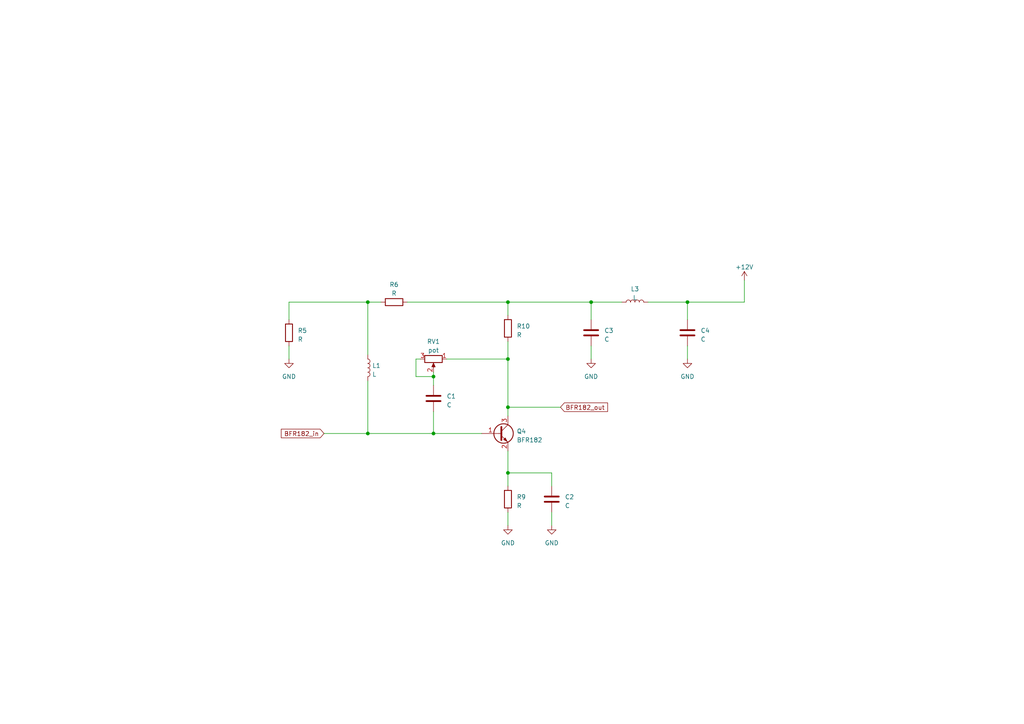
<source format=kicad_sch>
(kicad_sch (version 20230121) (generator eeschema)
  (paper "A4")
  (lib_symbols
    (symbol "Device:C" (pin_numbers hide) (pin_names (offset 0.254))
      (property "Reference" "C" (at 0.635 2.54 0))
      (property "Value" "C" (at 0.635 -2.54 0))
      (symbol "C_0_1"
        (polyline (pts (xy -2.032 -0.762) (xy 2.032 -0.762)) (stroke (width 0.508)))
        (polyline (pts (xy -2.032 0.762) (xy 2.032 0.762)) (stroke (width 0.508)))
      )
      (symbol "C_1_1"
        (pin passive line (at 0 3.81 270) (length 2.794) (name "~") (number "1"))
        (pin passive line (at 0 -3.81 90) (length 2.794) (name "~") (number "2"))
      )
    )
    (symbol "Device:L" (pin_numbers hide) (pin_names (offset 1.016) hide)
      (property "Reference" "L" (at -1.27 0 90))
      (property "Value" "L" (at 1.905 0 90))
      (symbol "L_0_1"
        (arc (start 0 -2.54) (mid 0.6323 -1.905) (end 0 -1.27))
        (arc (start 0 -1.27) (mid 0.6323 -0.635) (end 0 0))
        (arc (start 0 0) (mid 0.6323 0.635) (end 0 1.27))
        (arc (start 0 1.27) (mid 0.6323 1.905) (end 0 2.54))
      )
      (symbol "L_1_1"
        (pin passive line (at 0 3.81 270) (length 1.27) (name "1") (number "1"))
        (pin passive line (at 0 -3.81 90) (length 1.27) (name "2") (number "2"))
      )
    )
    (symbol "Device:R" (pin_numbers hide) (pin_names (offset 0))
      (property "Reference" "R" (at 2.032 0 90))
      (property "Value" "R" (at 0 0 90))
      (symbol "R_0_1"
        (rectangle (start -1.016 -2.54) (end 1.016 2.54) (stroke (width 0.254)))
      )
      (symbol "R_1_1"
        (pin passive line (at 0 3.81 270) (length 1.27) (name "~") (number "1"))
        (pin passive line (at 0 -3.81 90) (length 1.27) (name "~") (number "2"))
      )
    )
    (symbol "Device:R_Potentiometer" (pin_names (offset 1.016) hide)
      (property "Reference" "RV" (at -4.445 0 90))
      (property "Value" "R_Potentiometer" (at -2.54 0 90))
      (symbol "R_Potentiometer_0_1"
        (polyline (pts (xy 2.54 0) (xy 1.524 0)))
        (polyline (pts (xy 1.143 0) (xy 2.286 0.508) (xy 2.286 -0.508) (xy 1.143 0)) (fill (type outline)))
        (rectangle (start 1.016 2.54) (end -1.016 -2.54) (stroke (width 0.254)))
      )
      (symbol "R_Potentiometer_1_1"
        (pin passive line (at 0 3.81 270) (length 1.27) (name "1") (number "1"))
        (pin passive line (at 3.81 0 180) (length 1.27) (name "2") (number "2"))
        (pin passive line (at 0 -3.81 90) (length 1.27) (name "3") (number "3"))
      )
    )
    (symbol "Transistor_BJT:BFR92" (pin_names (offset 0) hide)
      (property "Reference" "Q" (at 5.08 1.905 0))
      (property "Value" "BFR92" (at 5.08 0 0))
      (symbol "BFR92_0_1"
        (polyline (pts (xy 0 0) (xy 0.635 0)))
        (polyline (pts (xy 0.635 0.635) (xy 2.54 2.54)))
        (polyline (pts (xy 2.54 -2.54) (xy 0.635 -0.635)))
        (polyline (pts (xy 0.635 1.905) (xy 0.635 0) (xy 0.635 -1.905) (xy 0.635 -1.905)) (stroke (width 0.508)))
        (polyline (pts (xy 2.286 -2.286) (xy 1.778 -1.27) (xy 1.27 -1.778) (xy 2.286 -2.286) (xy 2.286 -2.286)) (fill (type outline)))
        (circle (center 1.27 0) (radius 2.8194) (stroke (width 0.254)))
      )
      (symbol "BFR92_1_1"
        (pin input line (at -5.08 0 0) (length 5.08) (name "B") (number "1"))
        (pin passive line (at 2.54 -5.08 90) (length 2.54) (name "E") (number "2"))
        (pin passive line (at 2.54 5.08 270) (length 2.54) (name "C") (number "3"))
      )
    )
    (symbol "power:+12V" (power) (pin_names (offset 0))
      (property "Value" "+12V" (at 0 3.556 0))
      (symbol "+12V_0_1"
        (polyline (pts (xy -0.762 1.27) (xy 0 2.54)))
        (polyline (pts (xy 0 0) (xy 0 2.54)))
        (polyline (pts (xy 0 2.54) (xy 0.762 1.27)))
      )
      (symbol "+12V_1_1"
        (pin power_in line (at 0 0 90) (length 0) hide (name "+12V") (number "1"))
      )
    )
    (symbol "power:GND" (power) (pin_names (offset 0))
      (property "Value" "GND" (at 0 -3.81 0))
      (symbol "GND_0_1"
        (polyline (pts (xy 0 0) (xy 0 -1.27) (xy 1.27 -1.27) (xy 0 -2.54) (xy -1.27 -1.27) (xy 0 -1.27)))
      )
      (symbol "GND_1_1"
        (pin power_in line (at 0 0 270) (length 0) hide (name "GND") (number "1"))
      )
    )
  )
  (junction (at 147.32 118.11))
  (junction (at 199.39 87.63))
  (junction (at 147.32 104.14))
  (junction (at 125.73 109.22))
  (junction (at 147.32 87.63))
  (junction (at 125.73 125.73))
  (junction (at 147.32 137.16))
  (junction (at 171.45 87.63))
  (junction (at 106.68 87.63))
  (junction (at 106.68 125.73))
  (wire (pts (xy 160.02 148.59) (xy 160.02 152.4)))
  (wire (pts (xy 83.82 100.33) (xy 83.82 104.14)))
  (wire (pts (xy 118.11 87.63) (xy 147.32 87.63)))
  (wire (pts (xy 110.49 87.63) (xy 106.68 87.63)))
  (wire (pts (xy 171.45 87.63) (xy 180.34 87.63)))
  (wire (pts (xy 187.96 87.63) (xy 199.39 87.63)))
  (wire (pts (xy 215.9 81.28) (xy 215.9 87.63)))
  (wire (pts (xy 199.39 87.63) (xy 199.39 92.71)))
  (wire (pts (xy 125.73 119.38) (xy 125.73 125.73)))
  (wire (pts (xy 106.68 87.63) (xy 106.68 102.87)))
  (wire (pts (xy 93.98 125.73) (xy 106.68 125.73)))
  (wire (pts (xy 147.32 118.11) (xy 147.32 120.65)))
  (wire (pts (xy 83.82 87.63) (xy 83.82 92.71)))
  (wire (pts (xy 120.65 109.22) (xy 125.73 109.22)))
  (wire (pts (xy 171.45 87.63) (xy 171.45 92.71)))
  (wire (pts (xy 147.32 148.59) (xy 147.32 152.4)))
  (wire (pts (xy 147.32 104.14) (xy 147.32 118.11)))
  (wire (pts (xy 147.32 137.16) (xy 147.32 140.97)))
  (wire (pts (xy 125.73 109.22) (xy 125.73 111.76)))
  (wire (pts (xy 147.32 118.11) (xy 162.56 118.11)))
  (wire (pts (xy 121.92 104.14) (xy 120.65 104.14)))
  (wire (pts (xy 106.68 87.63) (xy 83.82 87.63)))
  (wire (pts (xy 147.32 87.63) (xy 171.45 87.63)))
  (wire (pts (xy 147.32 99.06) (xy 147.32 104.14)))
  (wire (pts (xy 125.73 125.73) (xy 106.68 125.73)))
  (wire (pts (xy 160.02 140.97) (xy 160.02 137.16)))
  (wire (pts (xy 215.9 87.63) (xy 199.39 87.63)))
  (wire (pts (xy 139.7 125.73) (xy 125.73 125.73)))
  (wire (pts (xy 125.73 107.95) (xy 125.73 109.22)))
  (wire (pts (xy 120.65 104.14) (xy 120.65 109.22)))
  (wire (pts (xy 160.02 137.16) (xy 147.32 137.16)))
  (wire (pts (xy 171.45 100.33) (xy 171.45 104.14)))
  (wire (pts (xy 147.32 87.63) (xy 147.32 91.44)))
  (wire (pts (xy 106.68 125.73) (xy 106.68 110.49)))
  (wire (pts (xy 199.39 100.33) (xy 199.39 104.14)))
  (wire (pts (xy 129.54 104.14) (xy 147.32 104.14)))
  (wire (pts (xy 147.32 130.81) (xy 147.32 137.16)))
  (global_label "BFR182_in" (shape input) (at 93.98 125.73 180) (property "Intersheetrefs" "${INTERSHEET_REFS}" (effects hide)))
  (global_label "BFR182_out" (shape input) (at 162.56 118.11 0) (property "Intersheetrefs" "${INTERSHEET_REFS}" (effects hide)))
  (symbol (lib_id "Device:R") (at 147.32 144.78 0) (unit 1)
    (property "Reference" "R9" (at 149.86 144.145 0) (effects (justify left)))
    (property "Value" "R" (at 149.86 146.685 0) (effects (justify left)))
    (property "Footprint" "Resistor_THT:R_Axial_DIN0207_L6.3mm_D2.5mm_P7.62mm_Horizontal" (effects hide))
  )
  (symbol (lib_id "Device:L") (at 184.15 87.63 90) (unit 1)
    (property "Reference" "L3" (at 184.15 83.82 90))
    (property "Value" "L" (at 184.15 86.36 90))
    (property "Footprint" "Inductor_THT:L_Axial_L7.0mm_D3.3mm_P12.70mm_Horizontal_Fastron_MICC" (effects hide))
  )
  (symbol (lib_id "power:+12V") (at 215.9 81.28 0) (unit 1)
    (property "Reference" "#PWR014" (effects hide))
    (property "Value" "+12V" (at 215.9 77.47 0))
  )
  (symbol (lib_id "Device:R") (at 147.32 95.25 0) (unit 1)
    (property "Reference" "R10" (at 149.86 94.615 0) (effects (justify left)))
    (property "Value" "R" (at 149.86 97.155 0) (effects (justify left)))
    (property "Footprint" "Resistor_THT:R_Axial_DIN0207_L6.3mm_D2.5mm_P7.62mm_Horizontal" (effects hide))
  )
  (symbol (lib_id "Device:C") (at 199.39 96.52 0) (unit 1)
    (property "Reference" "C4" (at 203.2 95.885 0) (effects (justify left)))
    (property "Value" "C" (at 203.2 98.425 0) (effects (justify left)))
    (property "Footprint" "Capacitor_THT:C_Disc_D7.5mm_W5.0mm_P5.00mm" (effects hide))
  )
  (symbol (lib_id "Device:C") (at 160.02 144.78 0) (unit 1)
    (property "Reference" "C2" (at 163.83 144.145 0) (effects (justify left)))
    (property "Value" "C" (at 163.83 146.685 0) (effects (justify left)))
    (property "Footprint" "Capacitor_THT:C_Disc_D7.5mm_W5.0mm_P5.00mm" (effects hide))
  )
  (symbol (lib_id "Device:R") (at 114.3 87.63 90) (unit 1)
    (property "Reference" "R6" (at 114.3 82.55 90))
    (property "Value" "R" (at 114.3 85.09 90))
    (property "Footprint" "Resistor_THT:R_Axial_DIN0207_L6.3mm_D2.5mm_P7.62mm_Horizontal" (effects hide))
  )
  (symbol (lib_id "power:GND") (at 171.45 104.14 0) (unit 1)
    (property "Reference" "#PWR012" (effects hide))
    (property "Value" "GND" (at 171.45 109.22 0))
  )
  (symbol (lib_id "power:GND") (at 83.82 104.14 0) (unit 1)
    (property "Reference" "#PWR09" (effects hide))
    (property "Value" "GND" (at 83.82 109.22 0))
  )
  (symbol (lib_id "power:GND") (at 147.32 152.4 0) (unit 1)
    (property "Reference" "#PWR010" (effects hide))
    (property "Value" "GND" (at 147.32 157.48 0))
  )
  (symbol (lib_id "power:GND") (at 199.39 104.14 0) (unit 1)
    (property "Reference" "#PWR013" (effects hide))
    (property "Value" "GND" (at 199.39 109.22 0))
  )
  (symbol (lib_id "Device:C") (at 171.45 96.52 0) (unit 1)
    (property "Reference" "C3" (at 175.26 95.885 0) (effects (justify left)))
    (property "Value" "C" (at 175.26 98.425 0) (effects (justify left)))
    (property "Footprint" "Capacitor_THT:C_Disc_D7.5mm_W5.0mm_P5.00mm" (effects hide))
  )
  (symbol (lib_id "power:GND") (at 160.02 152.4 0) (unit 1)
    (property "Reference" "#PWR011" (effects hide))
    (property "Value" "GND" (at 160.02 157.48 0))
  )
  (symbol (lib_id "Device:R") (at 83.82 96.52 0) (unit 1)
    (property "Reference" "R5" (at 86.36 95.885 0) (effects (justify left)))
    (property "Value" "R" (at 86.36 98.425 0) (effects (justify left)))
    (property "Footprint" "Resistor_THT:R_Axial_DIN0207_L6.3mm_D2.5mm_P7.62mm_Horizontal" (effects hide))
  )
  (symbol (lib_id "Device:C") (at 125.73 115.57 0) (unit 1)
    (property "Reference" "C1" (at 129.54 114.935 0) (effects (justify left)))
    (property "Value" "C" (at 129.54 117.475 0) (effects (justify left)))
    (property "Footprint" "Capacitor_THT:C_Disc_D7.5mm_W5.0mm_P5.00mm" (effects hide))
  )
  (symbol (lib_id "Device:R_Potentiometer") (at 125.73 104.14 270) (unit 1)
    (property "Reference" "RV1" (at 125.73 99.06 90))
    (property "Value" "pot" (at 125.73 101.6 90))
    (property "Footprint" "Potentiometer_THT:Potentiometer_Bourns_3296W_Vertical" (effects hide))
    (instances (project "Ampli_RF" (path "" (reference "RV1") (unit 1)) (path "" (reference "RV2") (unit 1))))
  )
  (symbol (lib_id "Transistor_BJT:BFR92") (at 144.78 125.73 0) (unit 1)
    (property "Reference" "Q4" (at 149.86 125.095 0) (effects (justify left)))
    (property "Value" "BFR182" (at 149.86 127.635 0) (effects (justify left)))
    (property "Footprint" "Package_TO_SOT_SMD:SOT-323_SC-70" (effects hide))
    (property "Datasheet" "https://assets.nexperia.com/documents/data-sheet/BFR92A_N.pdf" (effects hide))
  )
  (symbol (lib_id "Device:L") (at 106.68 106.68 0) (unit 1)
    (property "Reference" "L1" (at 107.95 106.045 0) (effects (justify left)))
    (property "Value" "L" (at 107.95 108.585 0) (effects (justify left)))
    (property "Footprint" "Inductor_THT:L_Axial_L7.0mm_D3.3mm_P12.70mm_Horizontal_Fastron_MICC" (effects hide))
  )
)
</source>
